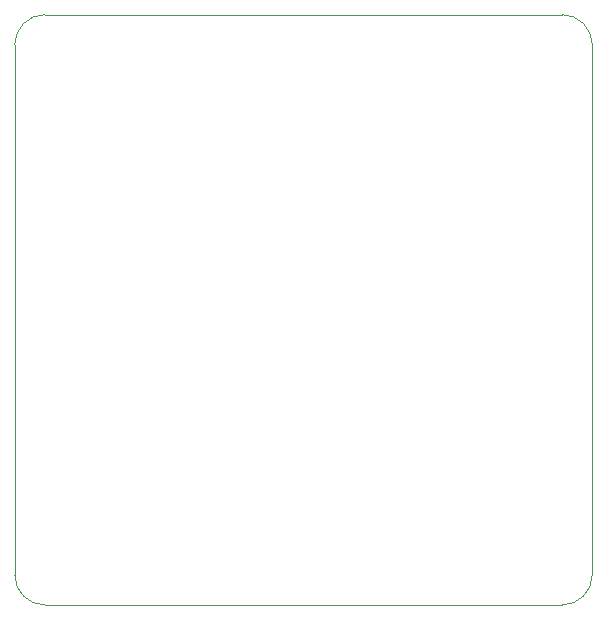
<source format=gm1>
G04 #@! TF.GenerationSoftware,KiCad,Pcbnew,(5.1.2-1)-1*
G04 #@! TF.CreationDate,2019-12-03T13:00:22-07:00*
G04 #@! TF.ProjectId,luna_rev0,6c756e61-5f72-4657-9630-2e6b69636164,rev?*
G04 #@! TF.SameCoordinates,Original*
G04 #@! TF.FileFunction,Profile,NP*
%FSLAX46Y46*%
G04 Gerber Fmt 4.6, Leading zero omitted, Abs format (unit mm)*
G04 Created by KiCad (PCBNEW (5.1.2-1)-1) date 2019-12-03 13:00:22*
%MOMM*%
%LPD*%
G04 APERTURE LIST*
%ADD10C,0.050000*%
G04 APERTURE END LIST*
D10*
X94615000Y-116014500D02*
G75*
G02X92075000Y-113474500I0J2540000D01*
G01*
X140970000Y-113474500D02*
G75*
G02X138430000Y-116014500I-2540000J0D01*
G01*
X92075000Y-68580000D02*
G75*
G02X94615000Y-66040000I2540000J0D01*
G01*
X138430000Y-66040000D02*
G75*
G02X140970000Y-68580000I0J-2540000D01*
G01*
X92075000Y-113474500D02*
X92075000Y-68580000D01*
X138430000Y-116014500D02*
X94615000Y-116014500D01*
X140970000Y-68580000D02*
X140970000Y-113474500D01*
X94615000Y-66040000D02*
X138430000Y-66040000D01*
M02*

</source>
